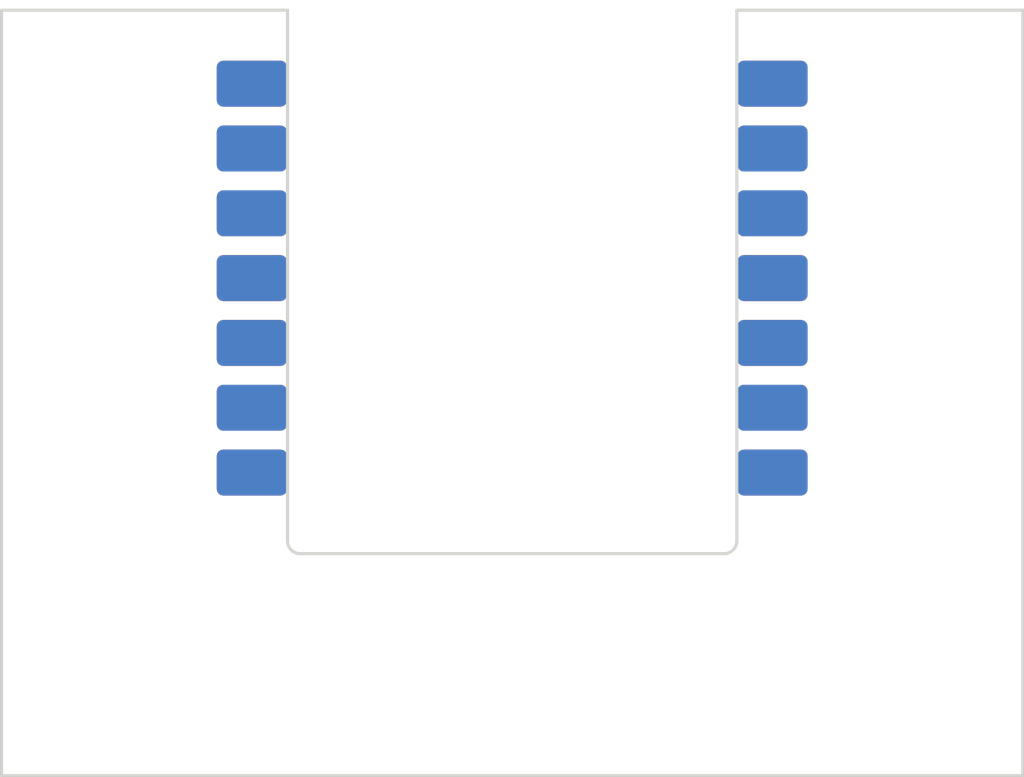
<source format=kicad_pcb>
(kicad_pcb (version 20240108) (generator "pcbnew") (generator_version "8.0")
  (layers (0 "F.Cu" signal) (31 "B.Cu" signal) (34 "B.Paste" user) (35 "F.Paste" user) (36 "B.SilkS" user "B.Silkscreen") (37 "F.SilkS" user "F.Silkscreen") (38 "B.Mask" user) (39 "F.Mask" user) (44 "Edge.Cuts" user))
  (net 0 "")
  (footprint "Two:XIAO_nRF52840_DUAL_WINDOW_SPACER_fat" (layer "F.Cu") (at 100 100)
    (property "Reference" "U1" (hide yes))
    (property "Value" "XIAO_nRF52840" (hide yes))
    (fp_line (start -8.8 0) (end -8.8 20.8) (stroke (width 0.12)) (layer "Edge.Cuts"))
    (fp_line (start -8.3 21.3) (end 8.3 21.3) (stroke (width 0.12)) (layer "Edge.Cuts"))
    (fp_line (start 8.8 20.8) (end 8.8 0) (stroke (width 0.12)) (layer "Edge.Cuts"))
    (fp_arc (start -8.3 21.3) (mid -8.653553 21.153553) (end -8.8 20.8) (stroke (width 0.12)) (layer "Edge.Cuts"))
    (fp_arc (start 8.8 20.8) (mid 8.653553 21.153553) (end 8.3 21.3) (stroke (width 0.12)) (layer "Edge.Cuts"))
    (pad "1" smd roundrect (at -10.66996 2.88) (size 2.75 1.8) (drill (offset 0.475 0)) (layers "B.Cu" "B.Paste" "B.Mask") (roundrect_rratio 0.1388888889))
    (pad "1" smd roundrect (at 10.66996 2.88) (size 2.75 1.8) (drill (offset -0.475 0)) (layers "F.Cu" "F.Paste" "F.Mask") (roundrect_rratio 0.1388888889))
    (pad "2" smd roundrect (at -10.66996 5.42) (size 2.75 1.8) (drill (offset 0.475 0)) (layers "B.Cu" "B.Paste" "B.Mask") (roundrect_rratio 0.1388888889))
    (pad "2" smd roundrect (at 10.66996 5.42) (size 2.75 1.8) (drill (offset -0.475 0)) (layers "F.Cu" "F.Paste" "F.Mask") (roundrect_rratio 0.1388888889))
    (pad "3" smd roundrect (at -10.66996 7.96) (size 2.75 1.8) (drill (offset 0.475 0)) (layers "B.Cu" "B.Paste" "B.Mask") (roundrect_rratio 0.1388888889))
    (pad "3" smd roundrect (at 10.66996 7.96) (size 2.75 1.8) (drill (offset -0.475 0)) (layers "F.Cu" "F.Paste" "F.Mask") (roundrect_rratio 0.1388888889))
    (pad "4" smd roundrect (at -10.66996 10.5) (size 2.75 1.8) (drill (offset 0.475 0)) (layers "B.Cu" "B.Paste" "B.Mask") (roundrect_rratio 0.1388888889))
    (pad "4" smd roundrect (at 10.66996 10.5) (size 2.75 1.8) (drill (offset -0.475 0)) (layers "F.Cu" "F.Paste" "F.Mask") (roundrect_rratio 0.1388888889))
    (pad "5" smd roundrect (at -10.66996 13.04) (size 2.75 1.8) (drill (offset 0.475 0)) (layers "B.Cu" "B.Paste" "B.Mask") (roundrect_rratio 0.1388888889))
    (pad "5" smd roundrect (at 10.66996 13.04) (size 2.75 1.8) (drill (offset -0.475 0)) (layers "F.Cu" "F.Paste" "F.Mask") (roundrect_rratio 0.1388888889))
    (pad "6" smd roundrect (at -10.66996 15.58) (size 2.75 1.8) (drill (offset 0.475 0)) (layers "B.Cu" "B.Paste" "B.Mask") (roundrect_rratio 0.1388888889))
    (pad "6" smd roundrect (at 10.66996 15.58) (size 2.75 1.8) (drill (offset -0.475 0)) (layers "F.Cu" "F.Paste" "F.Mask") (roundrect_rratio 0.1388888889))
    (pad "7" smd roundrect (at -10.66996 18.12) (size 2.75 1.8) (drill (offset 0.475 0)) (layers "B.Cu" "B.Paste" "B.Mask") (roundrect_rratio 0.1388888889))
    (pad "7" smd roundrect (at 10.66996 18.12) (size 2.75 1.8) (drill (offset -0.475 0)) (layers "F.Cu" "F.Paste" "F.Mask") (roundrect_rratio 0.1388888889))
    (pad "8" smd roundrect (at -10.66996 18.12 180) (size 2.75 1.8) (drill (offset -0.475 0)) (layers "F.Cu" "F.Paste" "F.Mask") (roundrect_rratio 0.1388888889))
    (pad "8" smd roundrect (at 10.66996 18.12 180) (size 2.75 1.8) (drill (offset 0.475 0)) (layers "B.Cu" "B.Paste" "B.Mask") (roundrect_rratio 0.1388888889))
    (pad "9" smd roundrect (at -10.66996 15.58 180) (size 2.75 1.8) (drill (offset -0.475 0)) (layers "F.Cu" "F.Paste" "F.Mask") (roundrect_rratio 0.1388888889))
    (pad "9" smd roundrect (at 10.66996 15.58 180) (size 2.75 1.8) (drill (offset 0.475 0)) (layers "B.Cu" "B.Paste" "B.Mask") (roundrect_rratio 0.1388888889))
    (pad "10" smd roundrect (at -10.66996 13.04 180) (size 2.75 1.8) (drill (offset -0.475 0)) (layers "F.Cu" "F.Paste" "F.Mask") (roundrect_rratio 0.1388888889))
    (pad "10" smd roundrect (at 10.66996 13.04 180) (size 2.75 1.8) (drill (offset 0.475 0)) (layers "B.Cu" "B.Paste" "B.Mask") (roundrect_rratio 0.1388888889))
    (pad "11" smd roundrect (at -10.66996 10.5 180) (size 2.75 1.8) (drill (offset -0.475 0)) (layers "F.Cu" "F.Paste" "F.Mask") (roundrect_rratio 0.1388888889))
    (pad "11" smd roundrect (at 10.66996 10.5 180) (size 2.75 1.8) (drill (offset 0.475 0)) (layers "B.Cu" "B.Paste" "B.Mask") (roundrect_rratio 0.1388888889))
    (pad "12" smd roundrect (at -10.66996 7.96 180) (size 2.75 1.8) (drill (offset -0.475 0)) (layers "F.Cu" "F.Paste" "F.Mask") (roundrect_rratio 0.1388888889))
    (pad "12" smd roundrect (at 10.66996 7.96 180) (size 2.75 1.8) (drill (offset 0.475 0)) (layers "B.Cu" "B.Paste" "B.Mask") (roundrect_rratio 0.1388888889))
    (pad "13" smd roundrect (at -10.66996 5.42 180) (size 2.75 1.8) (drill (offset -0.475 0)) (layers "F.Cu" "F.Paste" "F.Mask") (roundrect_rratio 0.1388888889))
    (pad "13" smd roundrect (at 10.66996 5.42 180) (size 2.75 1.8) (drill (offset 0.475 0)) (layers "B.Cu" "B.Paste" "B.Mask") (roundrect_rratio 0.1388888889))
    (pad "14" smd roundrect (at -10.66996 2.88 180) (size 2.75 1.8) (drill (offset -0.475 0)) (layers "F.Cu" "F.Paste" "F.Mask") (roundrect_rratio 0.1388888889))
    (pad "14" smd roundrect (at 10.66996 2.88 180) (size 2.75 1.8) (drill (offset 0.475 0)) (layers "B.Cu" "B.Paste" "B.Mask") (roundrect_rratio 0.1388888889))
  )
  (gr_line (start 80 130) (end 80 100) (stroke (width 0.12)) (layer "Edge.Cuts"))
  (gr_line (start 108.8 100) (end 120 100) (stroke (width 0.12)) (layer "Edge.Cuts"))
  (gr_line (start 120 100) (end 120 130) (stroke (width 0.12)) (layer "Edge.Cuts"))
  (gr_line (start 120 130) (end 80 130) (stroke (width 0.12)) (layer "Edge.Cuts"))
  (gr_line (start 80 100) (end 91.2 100) (stroke (width 0.12)) (layer "Edge.Cuts"))
)
</source>
